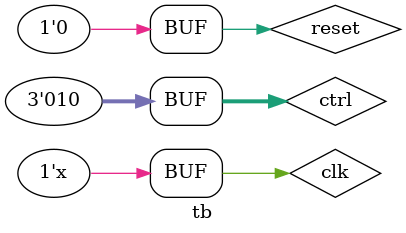
<source format=v>
`timescale 1ns / 1ps


module tb ();

reg clk, reset;
reg [2:0] ctrl;

top_counter_up_down dut(
    .clk(clk),
    .reset(reset),
    .mode(ctrl)
);

always #5 clk = ~clk;

initial begin
    clk = 0;
    reset = 1;
    ctrl = 0;
    #10 reset = 0;
    #100 ctrl = 3'b010;
    #1000000 ctrl = 3'b100;
    #100 ctrl = 3'b110;
    #100 ctrl = 3'b010;
end

endmodule

</source>
